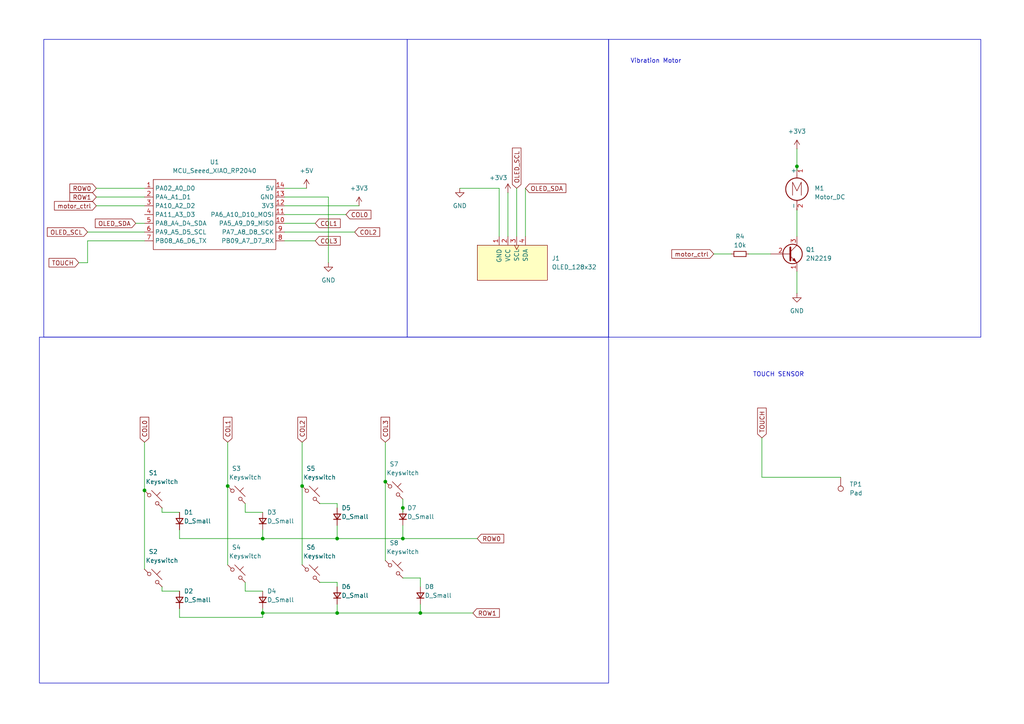
<source format=kicad_sch>
(kicad_sch (version 20231120) (generator "eeschema") (generator_version "8.0")
  (paper "A4")
  (lib_symbols
    (symbol "Connector:TestPoint" (pin_numbers hide) (pin_names (offset 0.762) hide)
      (property "Reference" "TP" (at 0 6.858 0))
      (property "Value" "TestPoint" (at 0 5.08 0))
      (symbol "TestPoint_0_1"
        (circle (center 0 3.302) (radius 0.762))
      )
      (symbol "TestPoint_1_1"
        (pin passive line (at 0 0 90) (length 2.54) (name "1") (number "1"))
      )
    )
    (symbol "Device:D_Small" (pin_numbers hide) (pin_names (offset 0.254) hide)
      (property "Reference" "D" (at -1.27 2.032 0))
      (property "Value" "D_Small" (at -3.81 -2.032 0))
      (symbol "D_Small_0_1"
        (polyline (pts (xy -0.762 -1.016) (xy -0.762 1.016)) (stroke (width 0.254)))
        (polyline (pts (xy -0.762 0) (xy 0.762 0)))
        (polyline (pts (xy 0.762 -1.016) (xy -0.762 0) (xy 0.762 1.016) (xy 0.762 -1.016)) (stroke (width 0.254)))
      )
      (symbol "D_Small_1_1"
        (pin passive line (at -2.54 0 0) (length 1.778) (name "K") (number "1"))
        (pin passive line (at 2.54 0 180) (length 1.778) (name "A") (number "2"))
      )
    )
    (symbol "Device:R_Small" (pin_numbers hide) (pin_names (offset 0.254) hide)
      (property "Reference" "R" (at 0.762 0.508 0))
      (property "Value" "R_Small" (at 0.762 -1.016 0))
      (symbol "R_Small_0_1"
        (rectangle (start -0.762 1.778) (end 0.762 -1.778) (stroke (width 0.2032)))
      )
      (symbol "R_Small_1_1"
        (pin passive line (at 0 2.54 270) (length 0.762) (name "~") (number "1"))
        (pin passive line (at 0 -2.54 90) (length 0.762) (name "~") (number "2"))
      )
    )
    (symbol "Motor:Motor_DC" (pin_names (offset 0))
      (property "Reference" "M" (at 2.54 2.54 0))
      (property "Value" "Motor_DC" (at 2.54 -5.08 0))
      (symbol "Motor_DC_0_0"
        (polyline (pts (xy -1.27 -3.302) (xy -1.27 0.508) (xy 0 -2.032) (xy 1.27 0.508) (xy 1.27 -3.302)))
      )
      (symbol "Motor_DC_0_1"
        (circle (center 0 -1.524) (radius 3.2512) (stroke (width 0.254)))
        (polyline (pts (xy 0 -7.62) (xy 0 -7.112)))
        (polyline (pts (xy 0 -4.7752) (xy 0 -5.1816)))
        (polyline (pts (xy 0 1.7272) (xy 0 2.0828)))
        (polyline (pts (xy 0 2.032) (xy 0 2.54)))
      )
      (symbol "Motor_DC_1_1"
        (pin passive line (at 0 5.08 270) (length 2.54) (name "+") (number "1"))
        (pin passive line (at 0 -7.62 90) (length 2.54) (name "-") (number "2"))
      )
    )
    (symbol "ScottoKeebs:MCU_Seeed_XIAO_RP2040"
      (property "Reference" "U" (at -16.51 11.43 0))
      (property "Value" "MCU_Seeed_XIAO_RP2040" (at -3.81 -11.43 0))
      (symbol "MCU_Seeed_XIAO_RP2040_0_1"
        (rectangle (start -16.51 10.16) (end 19.05 -10.16))
      )
      (symbol "MCU_Seeed_XIAO_RP2040_1_1"
        (pin passive line (at -19.05 7.62 0) (length 2.54) (name "PA02_A0_D0") (number "1"))
        (pin passive line (at 21.59 -2.54 180) (length 2.54) (name "PA5_A9_D9_MISO") (number "10"))
        (pin passive line (at 21.59 0 180) (length 2.54) (name "PA6_A10_D10_MOSI") (number "11"))
        (pin passive line (at 21.59 2.54 180) (length 2.54) (name "3V3") (number "12"))
        (pin passive line (at 21.59 5.08 180) (length 2.54) (name "GND") (number "13"))
        (pin passive line (at 21.59 7.62 180) (length 2.54) (name "5V") (number "14"))
        (pin passive line (at -19.05 5.08 0) (length 2.54) (name "PA4_A1_D1") (number "2"))
        (pin passive line (at -19.05 2.54 0) (length 2.54) (name "PA10_A2_D2") (number "3"))
        (pin passive line (at -19.05 0 0) (length 2.54) (name "PA11_A3_D3") (number "4"))
        (pin passive line (at -19.05 -2.54 0) (length 2.54) (name "PA8_A4_D4_SDA") (number "5"))
        (pin passive line (at -19.05 -5.08 0) (length 2.54) (name "PA9_A5_D5_SCL") (number "6"))
        (pin passive line (at -19.05 -7.62 0) (length 2.54) (name "PB08_A6_D6_TX") (number "7"))
        (pin passive line (at 21.59 -7.62 180) (length 2.54) (name "PB09_A7_D7_RX") (number "8"))
        (pin passive line (at 21.59 -5.08 180) (length 2.54) (name "PA7_A8_D8_SCK") (number "9"))
      )
    )
    (symbol "ScottoKeebs:OLED_128x64" (pin_names (offset 1.016))
      (property "Reference" "J" (at 0 -11.43 0))
      (property "Value" "OLED_128x64" (at 0 -7.62 0))
      (symbol "OLED_128x64_0_1"
        (rectangle (start 10.16 -10.16) (end -10.16 0) (fill (type background)))
      )
      (symbol "OLED_128x64_1_1"
        (pin power_in line (at -3.81 2.54 270) (length 2.54) (name "GND") (number "1"))
        (pin power_in line (at -1.27 2.54 270) (length 2.54) (name "VCC") (number "2"))
        (pin input clock (at 1.27 2.54 270) (length 2.54) (name "SCL") (number "3"))
        (pin bidirectional line (at 3.81 2.54 270) (length 2.54) (name "SDA") (number "4"))
      )
    )
    (symbol "ScottoKeebs:Placeholder_Keyswitch" (pin_numbers hide) (pin_names (offset 1.016) hide)
      (property "Reference" "S" (at 3.048 1.016 0))
      (property "Value" "Keyswitch" (at 0 -3.81 0))
      (symbol "Placeholder_Keyswitch_0_1"
        (circle (center -1.1684 1.1684) (radius 0.508))
        (polyline (pts (xy -0.508 2.54) (xy 2.54 -0.508)))
        (polyline (pts (xy 1.016 1.016) (xy 2.032 2.032)))
        (polyline (pts (xy -2.54 2.54) (xy -1.524 1.524) (xy -1.524 1.524)))
        (polyline (pts (xy 1.524 -1.524) (xy 2.54 -2.54) (xy 2.54 -2.54) (xy 2.54 -2.54)))
        (circle (center 1.143 -1.1938) (radius 0.508))
        (pin passive line (at -2.54 2.54 0) (length 0) (name "1") (number "1"))
        (pin passive line (at 2.54 -2.54 180) (length 0) (name "2") (number "2"))
      )
    )
    (symbol "Transistor_BJT:2N2219" (pin_names (offset 0) hide)
      (property "Reference" "Q" (at 5.08 1.905 0))
      (property "Value" "2N2219" (at 5.08 0 0))
      (symbol "2N2219_0_1"
        (polyline (pts (xy 0.635 0.635) (xy 2.54 2.54)))
        (polyline (pts (xy 0.635 -0.635) (xy 2.54 -2.54) (xy 2.54 -2.54)))
        (polyline (pts (xy 0.635 1.905) (xy 0.635 -1.905) (xy 0.635 -1.905)) (stroke (width 0.508)))
        (polyline (pts (xy 1.27 -1.778) (xy 1.778 -1.27) (xy 2.286 -2.286) (xy 1.27 -1.778) (xy 1.27 -1.778)) (fill (type outline)))
        (circle (center 1.27 0) (radius 2.8194) (stroke (width 0.254)))
      )
      (symbol "2N2219_1_1"
        (pin passive line (at 2.54 -5.08 90) (length 2.54) (name "E") (number "1"))
        (pin passive line (at -5.08 0 0) (length 5.715) (name "B") (number "2"))
        (pin passive line (at 2.54 5.08 270) (length 2.54) (name "C") (number "3"))
      )
    )
    (symbol "power:+3V3" (power) (pin_numbers hide) (pin_names (offset 0) hide)
      (property "Value" "+3V3" (at 0 3.556 0))
      (symbol "+3V3_0_1"
        (polyline (pts (xy -0.762 1.27) (xy 0 2.54)))
        (polyline (pts (xy 0 0) (xy 0 2.54)))
        (polyline (pts (xy 0 2.54) (xy 0.762 1.27)))
      )
      (symbol "+3V3_1_1"
        (pin power_in line (at 0 0 90) (length 0) (name "~") (number "1"))
      )
    )
    (symbol "power:+5V" (power) (pin_numbers hide) (pin_names (offset 0) hide)
      (property "Value" "+5V" (at 0 3.556 0))
      (symbol "+5V_0_1"
        (polyline (pts (xy -0.762 1.27) (xy 0 2.54)))
        (polyline (pts (xy 0 0) (xy 0 2.54)))
        (polyline (pts (xy 0 2.54) (xy 0.762 1.27)))
      )
      (symbol "+5V_1_1"
        (pin power_in line (at 0 0 90) (length 0) (name "~") (number "1"))
      )
    )
    (symbol "power:GND" (power) (pin_numbers hide) (pin_names (offset 0) hide)
      (property "Value" "GND" (at 0 -3.81 0))
      (symbol "GND_0_1"
        (polyline (pts (xy 0 0) (xy 0 -1.27) (xy 1.27 -1.27) (xy 0 -2.54) (xy -1.27 -1.27) (xy 0 -1.27)))
      )
      (symbol "GND_1_1"
        (pin power_in line (at 0 0 270) (length 0) (name "~") (number "1"))
      )
    )
  )
  (junction (at 97.79 177.8))
  (junction (at 87.63 140.97))
  (junction (at 66.04 140.97))
  (junction (at 76.2 177.8))
  (junction (at 97.79 156.21))
  (junction (at 116.84 156.21))
  (junction (at 76.2 156.21))
  (junction (at 111.76 139.7))
  (junction (at 116.84 147.32))
  (junction (at 231.14 48.26))
  (junction (at 121.92 177.8))
  (junction (at 41.91 142.24))
  (wire (pts (xy 97.79 175.26) (xy 97.79 177.8)))
  (wire (pts (xy 82.55 67.31) (xy 102.87 67.31)))
  (wire (pts (xy 82.55 69.85) (xy 91.44 69.85)))
  (wire (pts (xy 231.14 78.74) (xy 231.14 85.09)))
  (wire (pts (xy 76.2 156.21) (xy 97.79 156.21)))
  (wire (pts (xy 92.71 146.05) (xy 97.79 146.05)))
  (wire (pts (xy 39.37 64.77) (xy 41.91 64.77)))
  (wire (pts (xy 97.79 177.8) (xy 121.92 177.8)))
  (wire (pts (xy 116.84 156.21) (xy 138.43 156.21)))
  (wire (pts (xy 82.55 54.61) (xy 88.9 54.61)))
  (wire (pts (xy 82.55 62.23) (xy 100.33 62.23)))
  (wire (pts (xy 97.79 146.05) (xy 97.79 147.32)))
  (wire (pts (xy 22.86 76.2) (xy 25.4 76.2)))
  (wire (pts (xy 231.14 60.96) (xy 231.14 68.58)))
  (wire (pts (xy 220.98 127) (xy 220.98 138.43)))
  (wire (pts (xy 25.4 67.31) (xy 41.91 67.31)))
  (wire (pts (xy 231.14 48.26) (xy 231.14 49.53)))
  (wire (pts (xy 95.25 57.15) (xy 82.55 57.15)))
  (wire (pts (xy 76.2 176.53) (xy 76.2 177.8)))
  (wire (pts (xy 97.79 168.91) (xy 97.79 170.18)))
  (wire (pts (xy 231.14 43.18) (xy 231.14 48.26)))
  (wire (pts (xy 111.76 139.7) (xy 111.76 162.56)))
  (wire (pts (xy 92.71 168.91) (xy 97.79 168.91)))
  (wire (pts (xy 52.07 179.07) (xy 76.2 179.07)))
  (wire (pts (xy 71.12 168.91) (xy 71.12 171.45)))
  (wire (pts (xy 87.63 128.27) (xy 87.63 140.97)))
  (wire (pts (xy 82.55 64.77) (xy 91.44 64.77)))
  (wire (pts (xy 25.4 69.85) (xy 41.91 69.85)))
  (wire (pts (xy 111.76 128.27) (xy 111.76 139.7)))
  (wire (pts (xy 217.17 73.66) (xy 223.52 73.66)))
  (wire (pts (xy 46.99 148.59) (xy 46.99 147.32)))
  (wire (pts (xy 76.2 171.45) (xy 71.12 171.45)))
  (wire (pts (xy 71.12 146.05) (xy 71.12 148.59)))
  (wire (pts (xy 76.2 177.8) (xy 97.79 177.8)))
  (wire (pts (xy 97.79 156.21) (xy 116.84 156.21)))
  (wire (pts (xy 220.98 138.43) (xy 243.84 138.43)))
  (wire (pts (xy 207.01 73.66) (xy 212.09 73.66)))
  (wire (pts (xy 52.07 176.53) (xy 52.07 179.07)))
  (wire (pts (xy 97.79 152.4) (xy 97.79 156.21)))
  (wire (pts (xy 25.4 76.2) (xy 25.4 69.85)))
  (wire (pts (xy 41.91 142.24) (xy 41.91 165.1)))
  (wire (pts (xy 27.94 54.61) (xy 41.91 54.61)))
  (wire (pts (xy 66.04 128.27) (xy 66.04 140.97)))
  (wire (pts (xy 95.25 76.2) (xy 95.25 57.15)))
  (wire (pts (xy 52.07 148.59) (xy 46.99 148.59)))
  (wire (pts (xy 121.92 175.26) (xy 121.92 177.8)))
  (wire (pts (xy 52.07 156.21) (xy 76.2 156.21)))
  (wire (pts (xy 116.84 147.32) (xy 116.84 148.59)))
  (wire (pts (xy 116.84 167.64) (xy 121.92 167.64)))
  (wire (pts (xy 144.78 68.58) (xy 144.78 54.61)))
  (wire (pts (xy 76.2 153.67) (xy 76.2 156.21)))
  (wire (pts (xy 52.07 153.67) (xy 52.07 156.21)))
  (wire (pts (xy 46.99 171.45) (xy 46.99 170.18)))
  (wire (pts (xy 76.2 177.8) (xy 76.2 179.07)))
  (wire (pts (xy 66.04 140.97) (xy 66.04 163.83)))
  (wire (pts (xy 116.84 144.78) (xy 116.84 147.32)))
  (wire (pts (xy 144.78 54.61) (xy 133.35 54.61)))
  (wire (pts (xy 41.91 128.27) (xy 41.91 142.24)))
  (wire (pts (xy 27.94 57.15) (xy 41.91 57.15)))
  (wire (pts (xy 152.4 54.61) (xy 152.4 68.58)))
  (wire (pts (xy 121.92 167.64) (xy 121.92 170.18)))
  (wire (pts (xy 82.55 59.69) (xy 104.14 59.69)))
  (wire (pts (xy 116.84 152.4) (xy 116.84 156.21)))
  (wire (pts (xy 52.07 171.45) (xy 46.99 171.45)))
  (wire (pts (xy 71.12 148.59) (xy 76.2 148.59)))
  (wire (pts (xy 121.92 177.8) (xy 137.16 177.8)))
  (wire (pts (xy 149.86 54.61) (xy 149.86 68.58)))
  (wire (pts (xy 27.94 59.69) (xy 41.91 59.69)))
  (wire (pts (xy 87.63 140.97) (xy 87.63 163.83)))
  (wire (pts (xy 147.32 55.88) (xy 147.32 68.58)))
  (rectangle (start 12.7 13.97) (end 12.7 13.97))
  (rectangle (start 118.11 11.43) (end 176.53 97.79))
  (rectangle (start 176.53 11.43) (end 284.48 97.79))
  (rectangle (start 12.7 11.43) (end 118.11 97.79))
  (rectangle (start 11.43 97.79) (end 176.53 198.12))
  (text "Vibration Motor\n" (at 190.246 17.78 0) (effects (font (size 1.27 1.27))))
  (text "TOUCH SENSOR\n" (at 225.806 108.712 0) (effects (font (size 1.27 1.27))))
  (global_label "COL3" (shape input) (at 91.44 69.85 0) (property "Intersheetrefs" "${INTERSHEET_REFS}" (effects (hide yes))))
  (global_label "OLED_SCL" (shape input) (at 25.4 67.31 180) (property "Intersheetrefs" "${INTERSHEET_REFS}" (effects (hide yes))))
  (global_label "COL0" (shape input) (at 100.33 62.23 0) (property "Intersheetrefs" "${INTERSHEET_REFS}" (effects (hide yes))))
  (global_label "TOUCH" (shape input) (at 220.98 127 90) (property "Intersheetrefs" "${INTERSHEET_REFS}" (effects (hide yes))))
  (global_label "COL2" (shape input) (at 87.63 128.27 90) (property "Intersheetrefs" "${INTERSHEET_REFS}" (effects (hide yes))))
  (global_label "COL0" (shape input) (at 41.91 128.27 90) (property "Intersheetrefs" "${INTERSHEET_REFS}" (effects (hide yes))))
  (global_label "OLED_SDA" (shape input) (at 39.37 64.77 180) (property "Intersheetrefs" "${INTERSHEET_REFS}" (effects (hide yes))))
  (global_label "COL3" (shape input) (at 111.76 128.27 90) (property "Intersheetrefs" "${INTERSHEET_REFS}" (effects (hide yes))))
  (global_label "COL1" (shape input) (at 66.04 128.27 90) (property "Intersheetrefs" "${INTERSHEET_REFS}" (effects (hide yes))))
  (global_label "motor_ctrl" (shape input) (at 27.94 59.69 180) (property "Intersheetrefs" "${INTERSHEET_REFS}" (effects (hide yes))))
  (global_label "OLED_SDA" (shape input) (at 152.4 54.61 0) (property "Intersheetrefs" "${INTERSHEET_REFS}" (effects (hide yes))))
  (global_label "COL2" (shape input) (at 102.87 67.31 0) (property "Intersheetrefs" "${INTERSHEET_REFS}" (effects (hide yes))))
  (global_label "OLED_SCL" (shape input) (at 149.86 54.61 90) (property "Intersheetrefs" "${INTERSHEET_REFS}" (effects (hide yes))))
  (global_label "COL1" (shape input) (at 91.44 64.77 0) (property "Intersheetrefs" "${INTERSHEET_REFS}" (effects (hide yes))))
  (global_label "ROW0" (shape input) (at 27.94 54.61 180) (property "Intersheetrefs" "${INTERSHEET_REFS}" (effects (hide yes))))
  (global_label "ROW0" (shape input) (at 138.43 156.21 0) (property "Intersheetrefs" "${INTERSHEET_REFS}" (effects (hide yes))))
  (global_label "ROW1" (shape input) (at 137.16 177.8 0) (property "Intersheetrefs" "${INTERSHEET_REFS}" (effects (hide yes))))
  (global_label "ROW1" (shape input) (at 27.94 57.15 180) (property "Intersheetrefs" "${INTERSHEET_REFS}" (effects (hide yes))))
  (global_label "motor_ctrl" (shape input) (at 207.01 73.66 180) (property "Intersheetrefs" "${INTERSHEET_REFS}" (effects (hide yes))))
  (global_label "TOUCH" (shape input) (at 22.86 76.2 180) (property "Intersheetrefs" "${INTERSHEET_REFS}" (effects (hide yes))))
  (symbol (lib_id "power:GND") (at 95.25 76.2 0) (unit 1)
    (property "Reference" "#PWR01" (effects (hide yes)))
    (property "Value" "GND" (at 95.25 81.28 0))
    (property "Description" "Power symbol creates a global label with name \"GND\" , ground" (effects (hide yes)))
  )
  (symbol (lib_id "power:GND") (at 133.35 54.61 0) (unit 1)
    (property "Reference" "#PWR04" (effects (hide yes)))
    (property "Value" "GND" (at 133.35 59.69 0))
    (property "Description" "Power symbol creates a global label with name \"GND\" , ground" (effects (hide yes)))
  )
  (symbol (lib_id "power:+3V3") (at 231.14 43.18 0) (unit 1)
    (property "Reference" "#PWR06" (effects (hide yes)))
    (property "Value" "+3V3" (at 231.14 38.1 0))
    (property "Description" "Power symbol creates a global label with name \"+3V3\"" (effects (hide yes)))
  )
  (symbol (lib_id "ScottoKeebs:OLED_128x64") (at 148.59 71.12 0) (unit 1)
    (property "Reference" "J1" (at 160.02 74.9299 0) (effects (justify left)))
    (property "Value" "OLED_128x32" (at 160.02 77.4699 0) (effects (justify left)))
    (property "Footprint" "ScottoKeebs_Components:OLED_128x32" (effects (hide yes)))
  )
  (symbol (lib_id "Device:D_Small") (at 97.79 149.86 90) (unit 1)
    (property "Reference" "D5" (at 99.06 147.3199 90) (effects (justify right)))
    (property "Value" "D_Small" (at 99.06 149.8599 90) (effects (justify right)))
    (property "Footprint" "ScottoKeebs_Components:Diode_DO-35" (effects (hide yes)))
    (property "Description" "Diode, small symbol" (effects (hide yes)))
    (property "Sim.Device" "D" (effects (hide yes)))
    (property "Sim.Pins" "1=K 2=A" (effects (hide yes)))
  )
  (symbol (lib_id "Device:D_Small") (at 97.79 172.72 90) (unit 1)
    (property "Reference" "D6" (at 99.06 170.1799 90) (effects (justify right)))
    (property "Value" "D_Small" (at 99.06 172.7199 90) (effects (justify right)))
    (property "Footprint" "ScottoKeebs_Components:Diode_DO-35" (effects (hide yes)))
    (property "Description" "Diode, small symbol" (effects (hide yes)))
    (property "Sim.Device" "D" (effects (hide yes)))
    (property "Sim.Pins" "1=K 2=A" (effects (hide yes)))
  )
  (symbol (lib_id "power:+5V") (at 88.9 54.61 0) (unit 1)
    (property "Reference" "#PWR02" (effects (hide yes)))
    (property "Value" "+5V" (at 88.9 49.53 0))
    (property "Description" "Power symbol creates a global label with name \"+5V\"" (effects (hide yes)))
  )
  (symbol (lib_id "Device:D_Small") (at 76.2 173.99 90) (unit 1)
    (property "Reference" "D4" (at 77.47 171.4499 90) (effects (justify right)))
    (property "Value" "D_Small" (at 77.47 173.9899 90) (effects (justify right)))
    (property "Footprint" "ScottoKeebs_Components:Diode_DO-35" (effects (hide yes)))
    (property "Description" "Diode, small symbol" (effects (hide yes)))
    (property "Sim.Device" "D" (effects (hide yes)))
    (property "Sim.Pins" "1=K 2=A" (effects (hide yes)))
  )
  (symbol (lib_id "power:+3V3") (at 147.32 55.88 0) (unit 1)
    (property "Reference" "#PWR05" (effects (hide yes)))
    (property "Value" "+3V3" (at 144.526 51.562 0))
    (property "Description" "Power symbol creates a global label with name \"+3V3\"" (effects (hide yes)))
  )
  (symbol (lib_id "Motor:Motor_DC") (at 231.14 53.34 0) (unit 1)
    (property "Reference" "M1" (at 236.22 54.6099 0) (effects (justify left)))
    (property "Value" "Motor_DC" (at 236.22 57.1499 0) (effects (justify left)))
    (property "Footprint" "Connector_PinHeader_2.54mm:PinHeader_2x01_P2.54mm_Vertical_SMD" (effects (hide yes)))
    (property "Description" "DC Motor" (effects (hide yes)))
  )
  (symbol (lib_id "ScottoKeebs:Placeholder_Keyswitch") (at 44.45 167.64 0) (unit 1)
    (property "Reference" "S2" (at 44.45 160.02 0))
    (property "Value" "Keyswitch" (at 46.99 162.56 0))
    (property "Footprint" "ScottoKeebs_Hotswap:Hotswap_Choc_V1V2_1.00u" (effects (hide yes)))
    (property "Description" "Push button switch, normally open, two pins, 45° tilted" (effects (hide yes)))
  )
  (symbol (lib_id "Device:D_Small") (at 121.92 172.72 90) (unit 1)
    (property "Reference" "D8" (at 123.19 170.1799 90) (effects (justify right)))
    (property "Value" "D_Small" (at 123.19 172.7199 90) (effects (justify right)))
    (property "Footprint" "ScottoKeebs_Components:Diode_DO-35" (effects (hide yes)))
    (property "Description" "Diode, small symbol" (effects (hide yes)))
    (property "Sim.Device" "D" (effects (hide yes)))
    (property "Sim.Pins" "1=K 2=A" (effects (hide yes)))
  )
  (symbol (lib_id "ScottoKeebs:Placeholder_Keyswitch") (at 68.58 166.37 0) (unit 1)
    (property "Reference" "S4" (at 68.58 158.75 0))
    (property "Value" "Keyswitch" (at 71.12 161.29 0))
    (property "Footprint" "ScottoKeebs_Hotswap:Hotswap_Choc_V1V2_1.00u" (effects (hide yes)))
    (property "Description" "Push button switch, normally open, two pins, 45° tilted" (effects (hide yes)))
  )
  (symbol (lib_id "Device:D_Small") (at 52.07 151.13 90) (unit 1)
    (property "Reference" "D1" (at 53.34 148.5899 90) (effects (justify right)))
    (property "Value" "D_Small" (at 53.34 151.1299 90) (effects (justify right)))
    (property "Footprint" "ScottoKeebs_Components:Diode_DO-35" (effects (hide yes)))
    (property "Description" "Diode, small symbol" (effects (hide yes)))
    (property "Sim.Device" "D" (effects (hide yes)))
    (property "Sim.Pins" "1=K 2=A" (effects (hide yes)))
  )
  (symbol (lib_id "ScottoKeebs:Placeholder_Keyswitch") (at 114.3 142.24 0) (unit 1)
    (property "Reference" "S7" (at 114.3 134.62 0))
    (property "Value" "Keyswitch" (at 116.84 137.16 0))
    (property "Footprint" "ScottoKeebs_Hotswap:Hotswap_Choc_V1V2_1.00u" (effects (hide yes)))
    (property "Description" "Push button switch, normally open, two pins, 45° tilted" (effects (hide yes)))
  )
  (symbol (lib_id "ScottoKeebs:Placeholder_Keyswitch") (at 90.17 143.51 0) (unit 1)
    (property "Reference" "S5" (at 90.17 135.89 0))
    (property "Value" "Keyswitch" (at 92.71 138.43 0))
    (property "Footprint" "ScottoKeebs_Hotswap:Hotswap_Choc_V1V2_1.00u" (effects (hide yes)))
    (property "Description" "Push button switch, normally open, two pins, 45° tilted" (effects (hide yes)))
  )
  (symbol (lib_id "Device:R_Small") (at 214.63 73.66 90) (unit 1)
    (property "Reference" "R4" (at 214.63 68.58 90))
    (property "Value" "10k" (at 214.63 71.12 90))
    (property "Footprint" "Resistor_THT:R_Axial_DIN0207_L6.3mm_D2.5mm_P7.62mm_Horizontal" (effects (hide yes)))
    (property "Description" "Resistor, small symbol" (effects (hide yes)))
  )
  (symbol (lib_id "power:GND") (at 231.14 85.09 0) (unit 1)
    (property "Reference" "#PWR011" (effects (hide yes)))
    (property "Value" "GND" (at 231.14 90.17 0))
    (property "Description" "Power symbol creates a global label with name \"GND\" , ground" (effects (hide yes)))
  )
  (symbol (lib_id "ScottoKeebs:Placeholder_Keyswitch") (at 90.17 166.37 0) (unit 1)
    (property "Reference" "S6" (at 90.17 158.75 0))
    (property "Value" "Keyswitch" (at 92.71 161.29 0))
    (property "Footprint" "ScottoKeebs_Hotswap:Hotswap_Choc_V1V2_1.00u" (effects (hide yes)))
    (property "Description" "Push button switch, normally open, two pins, 45° tilted" (effects (hide yes)))
  )
  (symbol (lib_id "ScottoKeebs:Placeholder_Keyswitch") (at 114.3 165.1 0) (unit 1)
    (property "Reference" "S8" (at 114.3 157.48 0))
    (property "Value" "Keyswitch" (at 116.84 160.02 0))
    (property "Footprint" "ScottoKeebs_Hotswap:Hotswap_Choc_V1V2_1.00u" (effects (hide yes)))
    (property "Description" "Push button switch, normally open, two pins, 45° tilted" (effects (hide yes)))
  )
  (symbol (lib_id "ScottoKeebs:MCU_Seeed_XIAO_RP2040") (at 60.96 62.23 0) (unit 1)
    (property "Reference" "U1" (at 62.23 46.99 0))
    (property "Value" "MCU_Seeed_XIAO_RP2040" (at 62.23 49.53 0))
    (property "Footprint" "ScottoKeebs_MCU:Seeed_XIAO_RP2040" (effects (hide yes)))
  )
  (symbol (lib_id "Device:D_Small") (at 116.84 149.86 90) (unit 1)
    (property "Reference" "D7" (at 118.11 147.3199 90) (effects (justify right)))
    (property "Value" "D_Small" (at 118.11 149.8599 90) (effects (justify right)))
    (property "Footprint" "ScottoKeebs_Components:Diode_DO-35" (effects (hide yes)))
    (property "Description" "Diode, small symbol" (effects (hide yes)))
    (property "Sim.Device" "D" (effects (hide yes)))
    (property "Sim.Pins" "1=K 2=A" (effects (hide yes)))
  )
  (symbol (lib_id "Device:D_Small") (at 52.07 173.99 90) (unit 1)
    (property "Reference" "D2" (at 53.34 171.4499 90) (effects (justify right)))
    (property "Value" "D_Small" (at 53.34 173.9899 90) (effects (justify right)))
    (property "Footprint" "ScottoKeebs_Components:Diode_DO-35" (effects (hide yes)))
    (property "Description" "Diode, small symbol" (effects (hide yes)))
    (property "Sim.Device" "D" (effects (hide yes)))
    (property "Sim.Pins" "1=K 2=A" (effects (hide yes)))
  )
  (symbol (lib_id "ScottoKeebs:Placeholder_Keyswitch") (at 44.45 144.78 0) (unit 1)
    (property "Reference" "S1" (at 44.45 137.16 0))
    (property "Value" "Keyswitch" (at 46.99 139.7 0))
    (property "Footprint" "ScottoKeebs_Hotswap:Hotswap_Choc_V1V2_1.00u" (effects (hide yes)))
    (property "Description" "Push button switch, normally open, two pins, 45° tilted" (effects (hide yes)))
  )
  (symbol (lib_id "Device:D_Small") (at 76.2 151.13 90) (unit 1)
    (property "Reference" "D3" (at 77.47 148.5899 90) (effects (justify right)))
    (property "Value" "D_Small" (at 77.47 151.1299 90) (effects (justify right)))
    (property "Footprint" "ScottoKeebs_Components:Diode_DO-35" (effects (hide yes)))
    (property "Description" "Diode, small symbol" (effects (hide yes)))
    (property "Sim.Device" "D" (effects (hide yes)))
    (property "Sim.Pins" "1=K 2=A" (effects (hide yes)))
  )
  (symbol (lib_id "power:+3V3") (at 104.14 59.69 0) (unit 1)
    (property "Reference" "#PWR03" (effects (hide yes)))
    (property "Value" "+3V3" (at 104.14 54.61 0))
    (property "Description" "Power symbol creates a global label with name \"+3V3\"" (effects (hide yes)))
  )
  (symbol (lib_id "ScottoKeebs:Placeholder_Keyswitch") (at 68.58 143.51 0) (unit 1)
    (property "Reference" "S3" (at 68.58 135.89 0))
    (property "Value" "Keyswitch" (at 71.12 138.43 0))
    (property "Footprint" "ScottoKeebs_Hotswap:Hotswap_Choc_V1V2_1.00u" (effects (hide yes)))
    (property "Description" "Push button switch, normally open, two pins, 45° tilted" (effects (hide yes)))
  )
  (symbol (lib_id "Transistor_BJT:2N2219") (at 228.6 73.66 0) (unit 1)
    (property "Reference" "Q1" (at 233.68 72.3899 0) (effects (justify left)))
    (property "Value" "2N2219" (at 233.68 74.9299 0) (effects (justify left)))
    (property "Footprint" "Package_TO_SOT_THT:TO-92L" (effects (hide yes)))
    (property "Datasheet" "http://www.onsemi.com/pub_link/Collateral/2N2219-D.PDF" (effects (hide yes)))
    (property "Description" "800mA Ic, 50V Vce, NPN Transistor, TO-39" (effects (hide yes)))
  )
  (symbol (lib_id "Connector:TestPoint") (at 243.84 138.43 180) (unit 1)
    (property "Reference" "TP1" (at 246.38 140.4619 0) (effects (justify right)))
    (property "Value" "Pad" (at 246.38 143.0019 0) (effects (justify right)))
    (property "Footprint" "TestPoint:TestPoint_Pad_4.0x4.0mm" (effects (hide yes)))
    (property "Description" "test point" (effects (hide yes)))
  )
)
</source>
